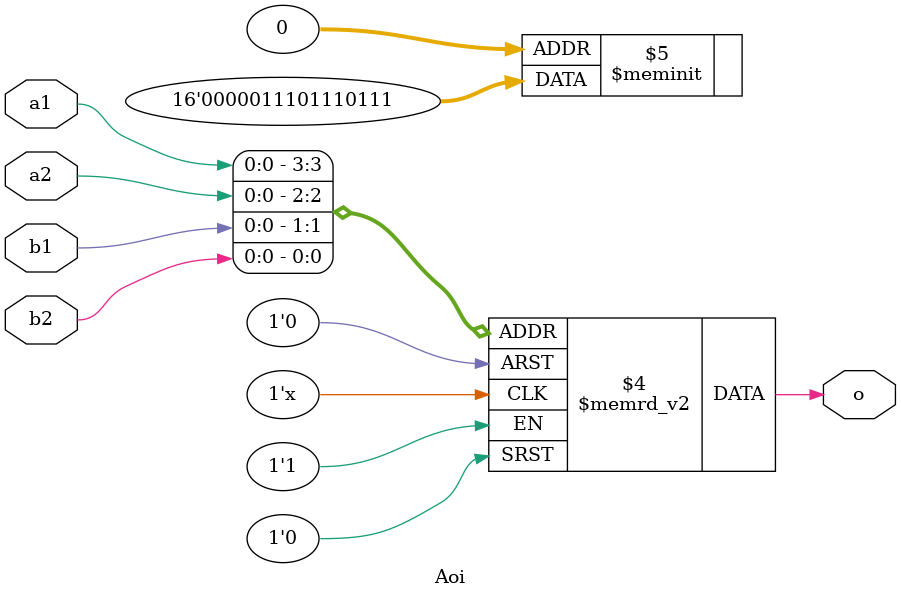
<source format=v>
module Aoi(a1,a2,b1,b2,o);
input a1,a2,b1,b2;
output  reg o;
always@(a1 or a2 or b1 or b2) begin
case({a1,a2,b1,b2})
4'b0000: o=1;
4'b0001: o=1;
4'b0010: o=1;
4'b0011: o=0;
4'b0100: o=1;
4'b0101: o=1;
4'b0110: o=1;
4'b0111: o=0;
4'b1000: o=1;
4'b1001: o=1;
4'b1010: o=1;
4'b1011: o=0;
4'b1100: o=0;
4'b1101: o=0;
4'b1110: o=0;
4'b1111: o=0;
endcase
end 
endmodule


</source>
